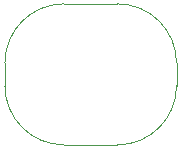
<source format=gbr>
%TF.GenerationSoftware,KiCad,Pcbnew,7.0.1*%
%TF.CreationDate,2024-12-17T12:15:10+02:00*%
%TF.ProjectId,mic_board,6d69635f-626f-4617-9264-2e6b69636164,rev?*%
%TF.SameCoordinates,Original*%
%TF.FileFunction,Profile,NP*%
%FSLAX46Y46*%
G04 Gerber Fmt 4.6, Leading zero omitted, Abs format (unit mm)*
G04 Created by KiCad (PCBNEW 7.0.1) date 2024-12-17 12:15:10*
%MOMM*%
%LPD*%
G01*
G04 APERTURE LIST*
%TA.AperFunction,Profile*%
%ADD10C,0.100000*%
%TD*%
G04 APERTURE END LIST*
D10*
X112674400Y-77956400D02*
G75*
G03*
X117674400Y-82956400I5000000J0D01*
G01*
X122203200Y-82956400D02*
X117674400Y-82956400D01*
X127203200Y-76018400D02*
G75*
G03*
X122203200Y-71018400I-5000000J0D01*
G01*
X117674400Y-71018400D02*
G75*
G03*
X112674400Y-76018400I0J-5000000D01*
G01*
X122203200Y-82956400D02*
G75*
G03*
X127203200Y-77956400I0J5000000D01*
G01*
X127203200Y-76018400D02*
X127203200Y-77956400D01*
X117674400Y-71018400D02*
X122203200Y-71018400D01*
X112674400Y-77956400D02*
X112674400Y-76018400D01*
M02*

</source>
